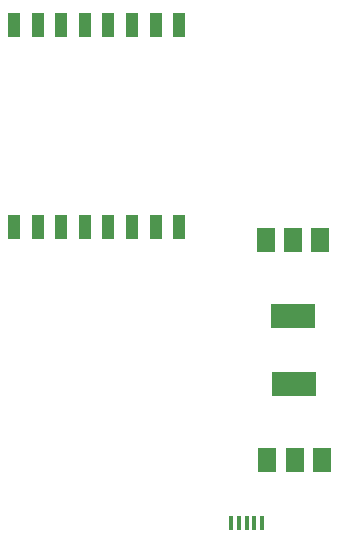
<source format=gtp>
G04*
G04 #@! TF.GenerationSoftware,Altium Limited,Altium Designer,19.0.4 (130)*
G04*
G04 Layer_Color=8421504*
%FSLAX25Y25*%
%MOIN*%
G70*
G01*
G75*
%ADD12R,0.01575X0.05118*%
%ADD13R,0.03937X0.08268*%
%ADD14R,0.05900X0.07900*%
%ADD15R,0.15000X0.07900*%
D12*
X124803Y21000D02*
D03*
X127362D02*
D03*
X129921D02*
D03*
X132480D02*
D03*
X135039D02*
D03*
D13*
X52362Y187008D02*
D03*
X60236D02*
D03*
X68110D02*
D03*
X75984D02*
D03*
X83858D02*
D03*
X91732D02*
D03*
X99606D02*
D03*
X107480D02*
D03*
Y119685D02*
D03*
X99606D02*
D03*
X91732D02*
D03*
X83858D02*
D03*
X75984D02*
D03*
X68110D02*
D03*
X60236D02*
D03*
X52362D02*
D03*
D14*
X145924Y42118D02*
D03*
X136869D02*
D03*
X154980D02*
D03*
X145414Y115362D02*
D03*
X154469D02*
D03*
X136359D02*
D03*
D15*
X145858Y67472D02*
D03*
X145481Y90008D02*
D03*
M02*

</source>
